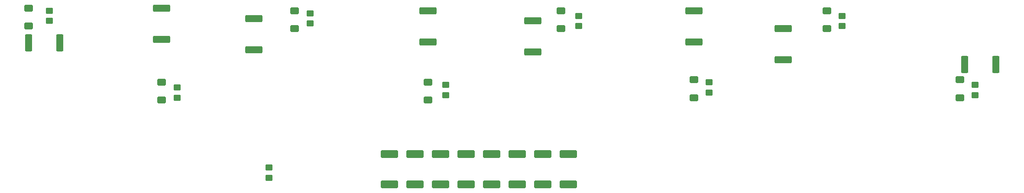
<source format=gbr>
%TF.GenerationSoftware,KiCad,Pcbnew,7.0.9*%
%TF.CreationDate,2024-06-20T14:31:36+03:00*%
%TF.ProjectId,_____ ____ __________,1f3b3042-3020-4443-9e42-3e2041323542,rev?*%
%TF.SameCoordinates,Original*%
%TF.FileFunction,Paste,Bot*%
%TF.FilePolarity,Positive*%
%FSLAX46Y46*%
G04 Gerber Fmt 4.6, Leading zero omitted, Abs format (unit mm)*
G04 Created by KiCad (PCBNEW 7.0.9) date 2024-06-20 14:31:36*
%MOMM*%
%LPD*%
G01*
G04 APERTURE LIST*
G04 Aperture macros list*
%AMRoundRect*
0 Rectangle with rounded corners*
0 $1 Rounding radius*
0 $2 $3 $4 $5 $6 $7 $8 $9 X,Y pos of 4 corners*
0 Add a 4 corners polygon primitive as box body*
4,1,4,$2,$3,$4,$5,$6,$7,$8,$9,$2,$3,0*
0 Add four circle primitives for the rounded corners*
1,1,$1+$1,$2,$3*
1,1,$1+$1,$4,$5*
1,1,$1+$1,$6,$7*
1,1,$1+$1,$8,$9*
0 Add four rect primitives between the rounded corners*
20,1,$1+$1,$2,$3,$4,$5,0*
20,1,$1+$1,$4,$5,$6,$7,0*
20,1,$1+$1,$6,$7,$8,$9,0*
20,1,$1+$1,$8,$9,$2,$3,0*%
G04 Aperture macros list end*
%ADD10RoundRect,0.250000X-0.450000X0.350000X-0.450000X-0.350000X0.450000X-0.350000X0.450000X0.350000X0*%
%ADD11RoundRect,0.249999X-1.425001X0.450001X-1.425001X-0.450001X1.425001X-0.450001X1.425001X0.450001X0*%
%ADD12RoundRect,0.250000X0.600000X-0.400000X0.600000X0.400000X-0.600000X0.400000X-0.600000X-0.400000X0*%
%ADD13RoundRect,0.249999X1.425001X-0.512501X1.425001X0.512501X-1.425001X0.512501X-1.425001X-0.512501X0*%
%ADD14RoundRect,0.249999X0.450001X1.425001X-0.450001X1.425001X-0.450001X-1.425001X0.450001X-1.425001X0*%
%ADD15RoundRect,0.249999X-0.450001X-1.425001X0.450001X-1.425001X0.450001X1.425001X-0.450001X1.425001X0*%
G04 APERTURE END LIST*
D10*
%TO.C,C11*%
X37000000Y-52500000D03*
X37000000Y-54500000D03*
%TD*%
D11*
%TO.C,R5*%
X131500000Y-54500000D03*
X131500000Y-60600000D03*
%TD*%
D12*
%TO.C,D8*%
X215000000Y-69500000D03*
X215000000Y-66000000D03*
%TD*%
D10*
%TO.C,C16*%
X166000000Y-66500000D03*
X166000000Y-68500000D03*
%TD*%
%TO.C,C13*%
X88000000Y-53000000D03*
X88000000Y-55000000D03*
%TD*%
D13*
%TO.C,R18*%
X108500000Y-86475000D03*
X108500000Y-80500000D03*
%TD*%
%TO.C,R24*%
X138500000Y-86500000D03*
X138500000Y-80525000D03*
%TD*%
%TO.C,R21*%
X123500000Y-86475000D03*
X123500000Y-80500000D03*
%TD*%
%TO.C,R22*%
X128500000Y-86475000D03*
X128500000Y-80500000D03*
%TD*%
D11*
%TO.C,R6*%
X163000000Y-52500000D03*
X163000000Y-58600000D03*
%TD*%
D12*
%TO.C,D6*%
X163000000Y-69500000D03*
X163000000Y-66000000D03*
%TD*%
%TO.C,D4*%
X111000000Y-70000000D03*
X111000000Y-66500000D03*
%TD*%
D10*
%TO.C,C17*%
X192000000Y-53500000D03*
X192000000Y-55500000D03*
%TD*%
%TO.C,C18*%
X218000000Y-67000000D03*
X218000000Y-69000000D03*
%TD*%
%TO.C,C12*%
X62000000Y-67500000D03*
X62000000Y-69500000D03*
%TD*%
D14*
%TO.C,R8*%
X222050000Y-63000000D03*
X215950000Y-63000000D03*
%TD*%
D10*
%TO.C,C3*%
X80000000Y-83200000D03*
X80000000Y-85200000D03*
%TD*%
D11*
%TO.C,R7*%
X180500000Y-55950000D03*
X180500000Y-62050000D03*
%TD*%
D13*
%TO.C,R19*%
X113500000Y-86475000D03*
X113500000Y-80500000D03*
%TD*%
D11*
%TO.C,R2*%
X59000000Y-52000000D03*
X59000000Y-58100000D03*
%TD*%
D15*
%TO.C,R1*%
X32950000Y-58750000D03*
X39050000Y-58750000D03*
%TD*%
D13*
%TO.C,R23*%
X133500000Y-86500000D03*
X133500000Y-80525000D03*
%TD*%
D12*
%TO.C,D2*%
X59000000Y-70000000D03*
X59000000Y-66500000D03*
%TD*%
%TO.C,D5*%
X137000000Y-56000000D03*
X137000000Y-52500000D03*
%TD*%
D11*
%TO.C,R4*%
X111000000Y-52500000D03*
X111000000Y-58600000D03*
%TD*%
D12*
%TO.C,D1*%
X33000000Y-55500000D03*
X33000000Y-52000000D03*
%TD*%
D10*
%TO.C,C15*%
X140500000Y-53500000D03*
X140500000Y-55500000D03*
%TD*%
D12*
%TO.C,D7*%
X189000000Y-56000000D03*
X189000000Y-52500000D03*
%TD*%
D13*
%TO.C,R20*%
X118500000Y-86475000D03*
X118500000Y-80500000D03*
%TD*%
D12*
%TO.C,D3*%
X85000000Y-56000000D03*
X85000000Y-52500000D03*
%TD*%
D11*
%TO.C,R3*%
X77000000Y-54000000D03*
X77000000Y-60100000D03*
%TD*%
D10*
%TO.C,C14*%
X114500000Y-67000000D03*
X114500000Y-69000000D03*
%TD*%
D13*
%TO.C,R17*%
X103500000Y-86475000D03*
X103500000Y-80500000D03*
%TD*%
M02*

</source>
